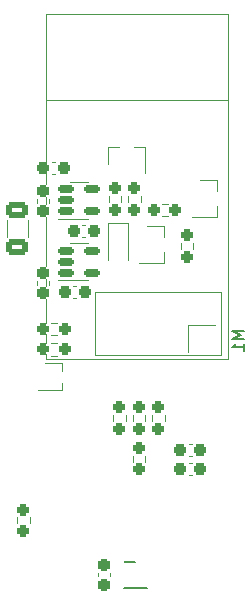
<source format=gbo>
G04 #@! TF.GenerationSoftware,KiCad,Pcbnew,7.0.11-2.fc39*
G04 #@! TF.CreationDate,2024-05-22T12:02:30+02:00*
G04 #@! TF.ProjectId,home_automation_module_std,686f6d65-5f61-4757-946f-6d6174696f6e,1.0*
G04 #@! TF.SameCoordinates,Original*
G04 #@! TF.FileFunction,Legend,Bot*
G04 #@! TF.FilePolarity,Positive*
%FSLAX46Y46*%
G04 Gerber Fmt 4.6, Leading zero omitted, Abs format (unit mm)*
G04 Created by KiCad (PCBNEW 7.0.11-2.fc39) date 2024-05-22 12:02:30*
%MOMM*%
%LPD*%
G01*
G04 APERTURE LIST*
G04 Aperture macros list*
%AMRoundRect*
0 Rectangle with rounded corners*
0 $1 Rounding radius*
0 $2 $3 $4 $5 $6 $7 $8 $9 X,Y pos of 4 corners*
0 Add a 4 corners polygon primitive as box body*
4,1,4,$2,$3,$4,$5,$6,$7,$8,$9,$2,$3,0*
0 Add four circle primitives for the rounded corners*
1,1,$1+$1,$2,$3*
1,1,$1+$1,$4,$5*
1,1,$1+$1,$6,$7*
1,1,$1+$1,$8,$9*
0 Add four rect primitives between the rounded corners*
20,1,$1+$1,$2,$3,$4,$5,0*
20,1,$1+$1,$4,$5,$6,$7,0*
20,1,$1+$1,$6,$7,$8,$9,0*
20,1,$1+$1,$8,$9,$2,$3,0*%
G04 Aperture macros list end*
%ADD10C,0.150000*%
%ADD11C,0.120000*%
%ADD12R,1.700000X1.700000*%
%ADD13O,1.700000X1.700000*%
%ADD14RoundRect,0.237500X-0.237500X0.250000X-0.237500X-0.250000X0.237500X-0.250000X0.237500X0.250000X0*%
%ADD15R,0.900000X0.800000*%
%ADD16RoundRect,0.237500X-0.300000X-0.237500X0.300000X-0.237500X0.300000X0.237500X-0.300000X0.237500X0*%
%ADD17RoundRect,0.237500X-0.250000X-0.237500X0.250000X-0.237500X0.250000X0.237500X-0.250000X0.237500X0*%
%ADD18RoundRect,0.237500X-0.237500X0.300000X-0.237500X-0.300000X0.237500X-0.300000X0.237500X0.300000X0*%
%ADD19RoundRect,0.237500X0.300000X0.237500X-0.300000X0.237500X-0.300000X-0.237500X0.300000X-0.237500X0*%
%ADD20R,0.600000X0.500000*%
%ADD21RoundRect,0.237500X0.237500X-0.250000X0.237500X0.250000X-0.237500X0.250000X-0.237500X-0.250000X0*%
%ADD22R,1.524000X1.524000*%
%ADD23C,1.524000*%
%ADD24RoundRect,0.150000X-0.512500X-0.150000X0.512500X-0.150000X0.512500X0.150000X-0.512500X0.150000X0*%
%ADD25RoundRect,0.237500X0.250000X0.237500X-0.250000X0.237500X-0.250000X-0.237500X0.250000X-0.237500X0*%
%ADD26R,0.700000X0.450000*%
%ADD27R,0.800000X0.900000*%
%ADD28RoundRect,0.250000X-0.650000X0.412500X-0.650000X-0.412500X0.650000X-0.412500X0.650000X0.412500X0*%
%ADD29R,1.000000X1.000000*%
%ADD30RoundRect,0.237500X0.237500X-0.300000X0.237500X0.300000X-0.237500X0.300000X-0.237500X-0.300000X0*%
G04 APERTURE END LIST*
D10*
X107086819Y-59007476D02*
X106086819Y-59007476D01*
X106086819Y-59007476D02*
X106801104Y-59340809D01*
X106801104Y-59340809D02*
X106086819Y-59674142D01*
X106086819Y-59674142D02*
X107086819Y-59674142D01*
X107086819Y-60674142D02*
X107086819Y-60102714D01*
X107086819Y-60388428D02*
X106086819Y-60388428D01*
X106086819Y-60388428D02*
X106229676Y-60293190D01*
X106229676Y-60293190D02*
X106324914Y-60197952D01*
X106324914Y-60197952D02*
X106372533Y-60102714D01*
D11*
X98693500Y-66142776D02*
X98693500Y-66652224D01*
X97648500Y-66142776D02*
X97648500Y-66652224D01*
X88914500Y-74802276D02*
X88914500Y-75311724D01*
X87869500Y-74802276D02*
X87869500Y-75311724D01*
X104789000Y-46233000D02*
X103329000Y-46233000D01*
X104789000Y-46233000D02*
X104789000Y-47163000D01*
X104789000Y-49393000D02*
X102629000Y-49393000D01*
X104789000Y-49393000D02*
X104789000Y-48463000D01*
X102369233Y-68578000D02*
X102661767Y-68578000D01*
X102369233Y-69598000D02*
X102661767Y-69598000D01*
X90706562Y-60056500D02*
X91216010Y-60056500D01*
X90706562Y-61101500D02*
X91216010Y-61101500D01*
X90553000Y-54818233D02*
X90553000Y-55110767D01*
X89533000Y-54818233D02*
X89533000Y-55110767D01*
X96661500Y-47600776D02*
X96661500Y-48110224D01*
X95616500Y-47600776D02*
X95616500Y-48110224D01*
X93644767Y-51056000D02*
X93352233Y-51056000D01*
X93644767Y-50036000D02*
X93352233Y-50036000D01*
D10*
X98866200Y-80754400D02*
X96866200Y-80754400D01*
X97866200Y-78554400D02*
X96866200Y-78554400D01*
D11*
X97267500Y-48110224D02*
X97267500Y-47600776D01*
X98312500Y-48110224D02*
X98312500Y-47600776D01*
X90282000Y-61417000D02*
X105732000Y-61417000D01*
X105732000Y-61417000D02*
X105732000Y-61417000D01*
X105732000Y-61417000D02*
X105732000Y-32217000D01*
X94488000Y-61087000D02*
X94488000Y-61087000D01*
X94488000Y-61087000D02*
X105156000Y-61087000D01*
X105156000Y-61087000D02*
X105156000Y-61087000D01*
X105156000Y-61087000D02*
X105156000Y-55753000D01*
X102362000Y-60833000D02*
X102362000Y-60833000D01*
X102362000Y-58547000D02*
X102362000Y-60833000D01*
X104648000Y-58547000D02*
X102362000Y-58547000D01*
X94488000Y-55753000D02*
X94488000Y-61087000D01*
X105156000Y-55753000D02*
X94488000Y-55753000D01*
X105664000Y-39497000D02*
X90297000Y-39497000D01*
X90282000Y-32217000D02*
X90282000Y-61417000D01*
X105732000Y-32217000D02*
X90282000Y-32217000D01*
X93096500Y-51592000D02*
X92296500Y-51592000D01*
X93096500Y-51592000D02*
X93896500Y-51592000D01*
X93096500Y-54712000D02*
X91296500Y-54712000D01*
X93096500Y-54712000D02*
X93896500Y-54712000D01*
X91078267Y-45722000D02*
X90785733Y-45722000D01*
X91078267Y-44702000D02*
X90785733Y-44702000D01*
X102369233Y-70229000D02*
X102661767Y-70229000D01*
X102369233Y-71249000D02*
X102661767Y-71249000D01*
X100312000Y-50109000D02*
X98852000Y-50109000D01*
X100312000Y-50109000D02*
X100312000Y-51039000D01*
X100312000Y-53269000D02*
X98152000Y-53269000D01*
X100312000Y-53269000D02*
X100312000Y-52339000D01*
X91216010Y-59350500D02*
X90706562Y-59350500D01*
X91216010Y-58305500D02*
X90706562Y-58305500D01*
X102757500Y-51561276D02*
X102757500Y-52070724D01*
X101712500Y-51561276D02*
X101712500Y-52070724D01*
X100344500Y-66142776D02*
X100344500Y-66652224D01*
X99299500Y-66142776D02*
X99299500Y-66652224D01*
X90252000Y-61720000D02*
X91662000Y-61720000D01*
X91662000Y-62380000D02*
X91662000Y-61720000D01*
X91662000Y-64040000D02*
X89632000Y-64040000D01*
X91662000Y-64040000D02*
X91662000Y-63380000D01*
X95514000Y-43452000D02*
X95514000Y-44912000D01*
X95514000Y-43452000D02*
X96444000Y-43452000D01*
X98674000Y-43452000D02*
X98674000Y-45612000D01*
X98674000Y-43452000D02*
X97744000Y-43452000D01*
X93096500Y-46380000D02*
X92296500Y-46380000D01*
X93096500Y-46380000D02*
X93896500Y-46380000D01*
X93096500Y-49500000D02*
X91296500Y-49500000D01*
X93096500Y-49500000D02*
X93896500Y-49500000D01*
X88794000Y-49619248D02*
X88794000Y-51041752D01*
X86974000Y-49619248D02*
X86974000Y-51041752D01*
X100608224Y-49290500D02*
X100098776Y-49290500D01*
X100608224Y-48245500D02*
X100098776Y-48245500D01*
X97243000Y-49896000D02*
X97243000Y-53046000D01*
X95543000Y-49896000D02*
X97243000Y-49896000D01*
X95543000Y-49896000D02*
X95543000Y-53046000D01*
X89533000Y-48152267D02*
X89533000Y-47859733D01*
X90553000Y-48152267D02*
X90553000Y-47859733D01*
X97648500Y-70081224D02*
X97648500Y-69571776D01*
X98693500Y-70081224D02*
X98693500Y-69571776D01*
X97042500Y-66142776D02*
X97042500Y-66652224D01*
X95997500Y-66142776D02*
X95997500Y-66652224D01*
X92882767Y-56263000D02*
X92590233Y-56263000D01*
X92882767Y-55243000D02*
X92590233Y-55243000D01*
X95760000Y-79509233D02*
X95760000Y-79801767D01*
X94740000Y-79509233D02*
X94740000Y-79801767D01*
%LPC*%
D12*
X120523000Y-66294000D03*
D13*
X120523000Y-68834000D03*
X120523000Y-71374000D03*
X120523000Y-73914000D03*
X120523000Y-76454000D03*
X120523000Y-78994000D03*
D12*
X107569000Y-84836000D03*
D13*
X105029000Y-84836000D03*
X102489000Y-84836000D03*
X99949000Y-84836000D03*
X97409000Y-84836000D03*
X94869000Y-84836000D03*
X100076000Y-76327000D03*
D12*
X83566000Y-73787000D03*
D13*
X83566000Y-76327000D03*
X83566000Y-78867000D03*
D12*
X83566000Y-58166000D03*
D13*
X83566000Y-60706000D03*
X83566000Y-63246000D03*
X83566000Y-65786000D03*
X97028000Y-76327000D03*
D12*
X106299000Y-63749000D03*
D13*
X106299000Y-66289000D03*
D12*
X83566000Y-49530000D03*
D13*
X83566000Y-52070000D03*
D14*
X98171000Y-65485000D03*
X98171000Y-67310000D03*
X88392000Y-74144500D03*
X88392000Y-75969500D03*
D15*
X103029000Y-48763000D03*
X103029000Y-46863000D03*
X105029000Y-47813000D03*
D16*
X101653000Y-69088000D03*
X103378000Y-69088000D03*
D17*
X90048786Y-60579000D03*
X91873786Y-60579000D03*
D18*
X90043000Y-54102000D03*
X90043000Y-55827000D03*
D14*
X96139000Y-46943000D03*
X96139000Y-48768000D03*
D19*
X94361000Y-50546000D03*
X92636000Y-50546000D03*
D20*
X99110800Y-78867000D03*
X99110800Y-79679800D03*
X99110800Y-80467200D03*
X96647000Y-80467200D03*
X96647000Y-79679800D03*
X96647000Y-78867000D03*
D21*
X97790000Y-48768000D03*
X97790000Y-46943000D03*
D22*
X103632000Y-59817000D03*
D23*
X103632000Y-57277000D03*
X101092000Y-59817000D03*
X101092000Y-57277000D03*
X98552000Y-59817000D03*
X98552000Y-57277000D03*
X96012000Y-59817000D03*
X96012000Y-57277000D03*
D24*
X91959000Y-54102000D03*
X91959000Y-53152000D03*
X91959000Y-52202000D03*
X94234000Y-52202000D03*
X94234000Y-54102000D03*
D19*
X91794500Y-45212000D03*
X90069500Y-45212000D03*
D16*
X101653000Y-70739000D03*
X103378000Y-70739000D03*
D15*
X98552000Y-52639000D03*
X98552000Y-50739000D03*
X100552000Y-51689000D03*
D25*
X91873786Y-58828000D03*
X90048786Y-58828000D03*
D14*
X102235000Y-50903500D03*
X102235000Y-52728500D03*
X99822000Y-65485000D03*
X99822000Y-67310000D03*
D26*
X89932000Y-63530000D03*
X89932000Y-62230000D03*
X91932000Y-62880000D03*
D27*
X98044000Y-45212000D03*
X96144000Y-45212000D03*
X97094000Y-43212000D03*
D24*
X91959000Y-48890000D03*
X91959000Y-47940000D03*
X91959000Y-46990000D03*
X94234000Y-46990000D03*
X94234000Y-48890000D03*
D28*
X87884000Y-48768000D03*
X87884000Y-51893000D03*
D25*
X101266000Y-48768000D03*
X99441000Y-48768000D03*
D29*
X96393000Y-50546000D03*
X96393000Y-53046000D03*
D30*
X90043000Y-48868500D03*
X90043000Y-47143500D03*
D21*
X98171000Y-70739000D03*
X98171000Y-68914000D03*
D14*
X96520000Y-65485000D03*
X96520000Y-67310000D03*
D19*
X93599000Y-55753000D03*
X91874000Y-55753000D03*
D18*
X95250000Y-78793000D03*
X95250000Y-80518000D03*
%LPD*%
M02*

</source>
